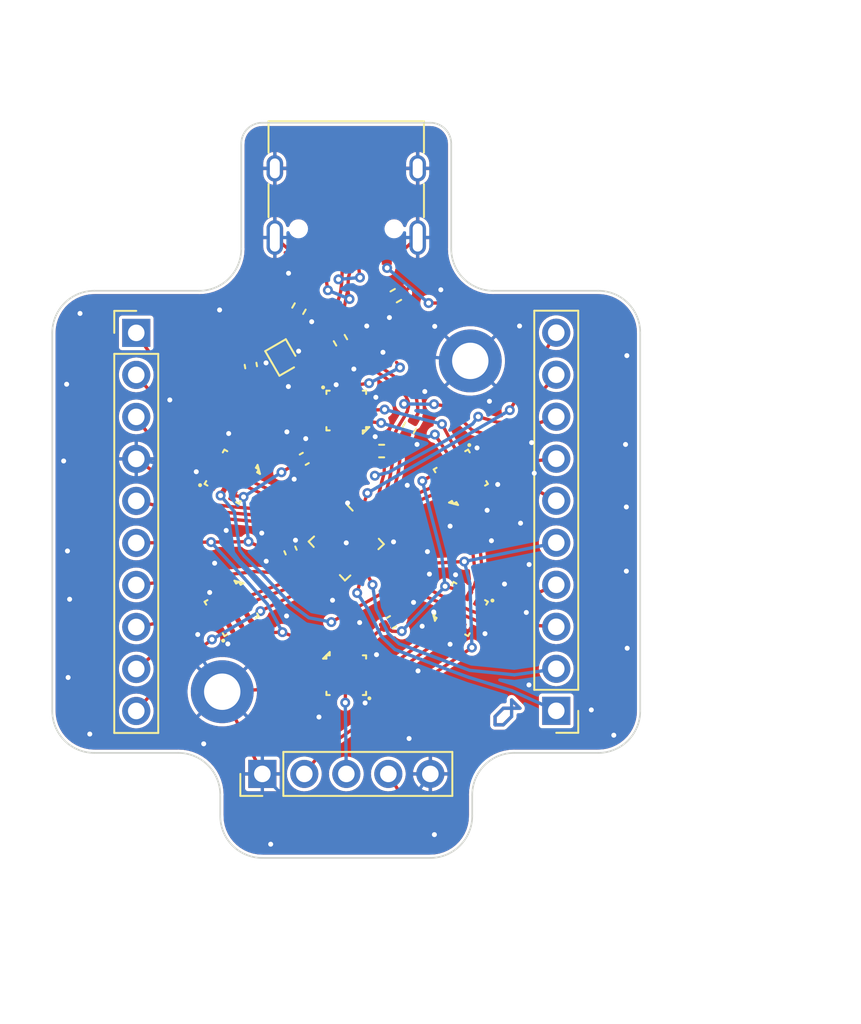
<source format=kicad_pcb>
(kicad_pcb (version 20211014) (generator pcbnew)
  (layers (0 "F.Cu" signal) (31 "B.Cu" signal) (34 "B.Paste" user) (35 "F.Paste" user) (36 "B.SilkS" user "B.Silkscreen") (37 "F.SilkS" user "F.Silkscreen") (38 "B.Mask" user) (39 "F.Mask" user) (44 "Edge.Cuts" user))
  (net 0 "")
  (net 1 "VCC")
  (net 2 "GND")
  (net 3 "PD7NRST")
  (net 4 "PA1")
  (net 5 "PA2")
  (net 6 "PD0")
  (net 7 "PC0")
  (net 8 "PC1")
  (net 9 "PC2")
  (net 10 "PC3")
  (net 11 "SWIO")
  (net 12 "PC4")
  (net 13 "PC5")
  (net 14 "PC6")
  (net 15 "PC7")
  (net 16 "PD2")
  (net 17 "PD6")
  (net 18 "Net-(D1-Pad4)")
  (net 19 "Net-(D1-Pad5)")
  (net 20 "Net-(D2-Pad4)")
  (net 21 "Net-(D2-Pad5)")
  (net 22 "Net-(D3-Pad4)")
  (net 23 "Net-(D3-Pad5)")
  (net 24 "Net-(D4-Pad4)")
  (net 25 "Net-(D4-Pad5)")
  (net 26 "Net-(D5-Pad4)")
  (net 27 "Net-(D5-Pad5)")
  (net 30 "D+")
  (net 31 "D-")
  (net 32 "DPU")
  (net 33 "Net-(J4-PadA7)")
  (net 34 "Net-(J4-PadA6)")
  (net 35 "Net-(J4-PadB5)")
  (net 36 "Net-(J4-PadA5)")
  (net 39 "+5V")
  (footprint "WS2816-2121:WS2816-2121" (layer "F.Cu") (at 93.071804 96.000012 60)
    (fp_text reference "D1" hide)
    (fp_text value "WS2816C-2121" hide)
  )
  (footprint "Resistor_SMD:R_0402_1005Metric" (layer "F.Cu") (at 103.825 93.038327 -120)
    (fp_text reference "R2")
    (fp_text value "NP" hide)
  )
  (footprint "MountingHole:MountingHole_2.2mm_M2_DIN965_Pad" (layer "F.Cu") (at 92.5 109)
    (fp_text reference "J6" hide)
    (fp_text value "HOLE" hide)
  )
  (footprint "Connector_PinHeader_2.54mm:PinHeader_1x10_P2.54mm_Vertical" (layer "F.Cu") (at 112.7 110.155 180)
    (fp_text reference "J3" hide)
    (fp_text value "~" hide)
  )
  (footprint "Capacitor_SMD:C_0402_1005Metric" (layer "F.Cu") (at 97.46 94.92 30)
    (fp_text reference "C3" hide)
    (fp_text value "1u")
  )
  (footprint "Resistor_SMD:R_0402_1005Metric" (layer "F.Cu") (at 99.65 87.75 -60)
    (fp_text reference "R1" hide)
    (fp_text value "NP")
  )
  (footprint "Resistor_SMD:R_0402_1005Metric" (layer "F.Cu") (at 102.14 94.45 180)
    (fp_text reference "R5")
    (fp_text value "NP" hide)
  )
  (footprint "WS2816-2121:WS2816-2121" (layer "F.Cu") (at 100.000003 108.000006 180)
    (fp_text reference "D5" hide)
    (fp_text value "WS2816C-2121" hide)
  )
  (footprint "Connector_PinHeader_2.54mm:PinHeader_1x05_P2.54mm_Vertical" (layer "F.Cu") (at 94.925 113.97 90)
    (fp_text reference "J2" hide)
    (fp_text value "PGM" hide)
  )
  (footprint "Capacitor_SMD:C_0402_1005Metric" (layer "F.Cu") (at 94.23 89.28 -80)
    (fp_text reference "C4")
    (fp_text value "1u" hide)
  )
  (footprint "Package_DFN_QFN:QFN-20-1EP_3x3mm_P0.4mm_EP1.65x1.65mm" (layer "F.Cu") (at 100 100 -47)
    (fp_text reference "U1")
    (fp_text value "CH32V003F4U6" hide)
  )
  (footprint "Capacitor_SMD:C_0402_1005Metric" (layer "F.Cu") (at 96.627551 100.461842 113)
    (fp_text reference "C1" hide)
    (fp_text value "1u" hide)
  )
  (footprint "MountingHole:MountingHole_2.2mm_M2_DIN965_Pad" (layer "F.Cu") (at 107.5 89)
    (fp_text reference "J5" hide)
    (fp_text value "HOLE" hide)
  )
  (footprint "WS2816-2121:WS2816-2121" (layer "F.Cu") (at 100.000007 92.000012)
    (fp_text reference "D2" hide)
    (fp_text value "WS2816C-2121" hide)
  )
  (footprint "WS2816-2121:WS2816-2121" (layer "F.Cu") (at 106.928203 96 -60)
    (fp_text reference "D3" hide)
    (fp_text value "WS2816C-2121" hide)
  )
  (footprint "Capacitor_SMD:C_0402_1005Metric" (layer "F.Cu") (at 102.734308 104.79 30)
    (fp_text reference "C2")
    (fp_text value "1u" hide)
  )
  (footprint "Connector_PinHeader_2.54mm:PinHeader_1x10_P2.54mm_Vertical" (layer "F.Cu") (at 87.3 87.305)
    (fp_text reference "J1" hide)
    (fp_text value "~" hide)
  )
  (footprint "Package_DFN_QFN:OnSemi_XDFN4-1EP_1.0x1.0mm_EP0.52x0.52mm" (layer "F.Cu") (at 96.152243 88.793013 -150)
    (fp_text reference "U2")
    (fp_text value "3.3vReg" hide)
  )
  (footprint "Resistor_SMD:R_0402_1005Metric" (layer "F.Cu") (at 97.14 85.84 -120)
    (fp_text reference "R3")
    (fp_text value "5.1k" hide)
  )
  (footprint "Connector_USB:USB_C_Receptacle_HRO_TYPE-C-31-M-12" (layer "F.Cu") (at 100 78.41 180)
    (fp_text reference "J4" hide)
    (fp_text value "USB_C_Receptacle_USB2.0" hide)
  )
  (footprint "Resistor_SMD:R_0402_1005Metric" (layer "F.Cu") (at 102.998327 85.055 30)
    (fp_text reference "R4")
    (fp_text value "5.1k" hide)
  )
  (footprint "WS2816-2121:WS2816-2121" (layer "F.Cu") (at 106.928202 103.999997 -120)
    (fp_text reference "D4" hide)
    (fp_text value "WS2816C-2121" hide)
  )
  (footprint "WS2816-2121:WS2816-2121" (layer "F.Cu") (at 93.071797 104 120)
    (fp_text reference "D6" hide)
    (fp_text value "WS2816C-2121" hide)
  )
  (gr_line (start 109 111) (end 109 110.5) (layer "F.Cu") (width 0.2))
  (gr_line (start 110 109.5) (end 110 110.5) (layer "F.Cu") (width 0.2))
  (gr_line (start 110.5 110) (end 110 109.5) (layer "F.Cu") (width 0.2))
  (gr_line (start 109 110.5) (end 109.5 110) (layer "F.Cu") (width 0.2))
  (gr_line (start 109.5 110) (end 110.5 110) (layer "F.Cu") (width 0.2))
  (gr_line (start 109.5 111) (end 109 111) (layer "F.Cu") (width 0.2))
  (gr_line (start 109.5 111) (end 110 110.5) (layer "F.Cu") (width 0.2))
  (gr_line (start 110 110.5) (end 109.5 111) (layer "B.Cu") (width 0.2))
  (gr_line (start 109 110.5) (end 109.5 110) (layer "B.Cu") (width 0.2))
  (gr_line (start 110.5 110) (end 110 109.5) (layer "B.Cu") (width 0.2))
  (gr_line (start 109 111) (end 109 110.5) (layer "B.Cu") (width 0.2))
  (gr_line (start 110 109.5) (end 110 110.5) (layer "B.Cu") (width 0.2))
  (gr_line (start 109.5 110) (end 110.5 110) (layer "B.Cu") (width 0.2))
  (gr_line (start 109.5 111) (end 109 111) (layer "B.Cu") (width 0.2))
  (gr_arc (start 115.24 84.76) (mid 117.036051 85.503949) (end 117.78 87.3) (layer "Edge.Cuts") (width 0.1))
  (gr_line (start 91.11 84.76) (end 84.76 84.76) (layer "Edge.Cuts") (width 0.1))
  (gr_arc (start 82.22 87.3) (mid 82.963949 85.503949) (end 84.76 84.76) (layer "Edge.Cuts") (width 0.1))
  (gr_line (start 105.08 74.6) (end 94.92 74.6) (layer "Edge.Cuts") (width 0.1))
  (gr_arc (start 105.08 74.6) (mid 105.978026 74.971974) (end 106.35 75.87) (layer "Edge.Cuts") (width 0.1))
  (gr_arc (start 108.89 84.76) (mid 107.093948 84.016051) (end 106.35 82.219999) (layer "Edge.Cuts") (width 0.1))
  (gr_line (start 92.38 115.24) (end 92.38 116.51) (layer "Edge.Cuts") (width 0.1))
  (gr_line (start 117.78 87.3) (end 117.78 110.16) (layer "Edge.Cuts") (width 0.1))
  (gr_arc (start 107.62 116.51) (mid 106.876051 118.306051) (end 105.08 119.05) (layer "Edge.Cuts") (width 0.1))
  (gr_arc (start 84.76 112.7) (mid 82.963949 111.956051) (end 82.22 110.16) (layer "Edge.Cuts") (width 0.1))
  (gr_line (start 89.84 112.7) (end 84.76 112.7) (layer "Edge.Cuts") (width 0.1))
  (gr_line (start 82.22 110.16) (end 82.22 87.3) (layer "Edge.Cuts") (width 0.1))
  (gr_line (start 106.35 82.219999) (end 106.35 75.87) (layer "Edge.Cuts") (width 0.1))
  (gr_arc (start 93.65 75.87) (mid 94.021974 74.971974) (end 94.92 74.6) (layer "Edge.Cuts") (width 0.1))
  (gr_line (start 115.24 84.76) (end 108.89 84.76) (layer "Edge.Cuts") (width 0.1))
  (gr_line (start 107.62 115.24) (end 107.62 116.51) (layer "Edge.Cuts") (width 0.1))
  (gr_line (start 105.08 119.05) (end 94.92 119.05) (layer "Edge.Cuts") (width 0.1))
  (gr_arc (start 93.650001 82.22) (mid 92.906052 84.016052) (end 91.11 84.76) (layer "Edge.Cuts") (width 0.1))
  (gr_arc (start 117.78 110.16) (mid 117.036051 111.956051) (end 115.24 112.7) (layer "Edge.Cuts") (width 0.1))
  (gr_arc (start 94.92 119.05) (mid 93.123949 118.306051) (end 92.38 116.51) (layer "Edge.Cuts") (width 0.1))
  (gr_line (start 93.65 75.87) (end 93.650001 82.22) (layer "Edge.Cuts") (width 0.1))
  (gr_arc (start 107.62 115.24) (mid 108.363949 113.443949) (end 110.16 112.7) (layer "Edge.Cuts") (width 0.1))
  (gr_line (start 110.16 112.7) (end 115.24 112.7) (layer "Edge.Cuts") (width 0.1))
  (gr_arc (start 89.84 112.7) (mid 91.636051 113.443949) (end 92.38 115.24) (layer "Edge.Cuts") (width 0.1))
  (segment (start 103.038958 89.082522) (end 103.25 89.4) (width 0.2) (layer "F.Cu") (net 1))
  (segment (start 99.15 106.59) (end 100.15 107.23) (width 0.2) (layer "F.Cu") (net 1))
  (segment (start 95.55 105.42) (end 96.14 105.4) (width 0.2) (layer "F.Cu") (net 1))
  (segment (start 96.82 93.73) (end 97.044308 95.16) (width 0.2) (layer "F.Cu") (net 1))
  (segment (start 100.94 106.23) (end 101.47 105.77) (width 0.2) (layer "F.Cu") (net 1))
  (segment (start 103.359286 105.339286) (end 103.31 105.37) (width 0.2) (layer "F.Cu") (net 1))
  (segment (start 100.330476 90.640476) (end 100.25 90.69) (width 0.2) (layer "F.Cu") (net 1))
  (segment (start 97.2 100.75) (end 97.39 100.74) (width 0.2) (layer "F.Cu") (net 1))
  (segment (start 94.63 105) (end 95.55 105.42) (width 0.2) (layer "F.Cu") (net 1))
  (segment (start 95.74 100.67) (end 96.815102 100.903684) (width 0.2) (layer "F.Cu") (net 1))
  (segment (start 99.71 92.64) (end 99.055007 92.630012) (width 0.2) (layer "F.Cu") (net 1))
  (segment (start 93.1449 97.133406) (end 93.79 97.22) (width 0.2) (layer "F.Cu") (net 1))
  (segment (start 105.977238 102.627238) (end 106.855106 102.866603) (width 0.2) (layer "F.Cu") (net 1))
  (segment (start 101.38 90.35) (end 100.64 90.45) (width 0.2) (layer "F.Cu") (net 1))
  (segment (start 97.63 92.98) (end 97.05 93.29) (width 0.2) (layer "F.Cu") (net 1))
  (segment (start 96.082527 95.732527) (end 97.044308 95.16) (width 0.2) (layer "F.Cu") (net 1))
  (segment (start 99.3 89.73) (end 99.97 90.09) (width 0.2) (layer "F.Cu") (net 1))
  (segment (start 94.089893 104.503394) (end 94.31 104.71) (width 0.2) (layer "F.Cu") (net 1))
  (segment (start 104.6 96.26) (end 105.910107 95.496606) (width 0.2) (layer "F.Cu") (net 1))
  (segment (start 100.25 90.69) (end 100.08 91.01) (width 0.2) (layer "F.Cu") (net 1))
  (segment (start 96.815102 100.903684) (end 97.2 100.75) (width 0.2) (layer "F.Cu") (net 1))
  (segment (start 94.09 99.93) (end 95.74 100.67) (width 0.2) (layer "F.Cu") (net 1))
  (segment (start 100.57 107.34) (end 100.945003 107.370006) (width 0.2) (layer "F.Cu") (net 1))
  (segment (start 99.92 92.5) (end 99.71 92.64) (width 0.2) (layer "F.Cu") (net 1))
  (segment (start 97.69 100.83) (end 97.89 100.83) (width 0.2) (layer "F.Cu") (net 1))
  (segment (start 91.528296 99.958296) (end 94.09 99.93) (width 0.2) (layer "F.Cu") (net 1))
  (segment (start 96.14 105.4) (end 99.15 106.59) (width 0.2) (layer "F.Cu") (net 1))
  (segment (start 97.05 93.29) (end 96.82 93.73) (width 0.2) (layer "F.Cu") (net 1))
  (segment (start 91.825018 99.955018) (end 91.528296 99.958296) (width 0.2) (layer "F.Cu") (net 1))
  (segment (start 101.47 105.77) (end 102.318616 105.03) (width 0.2) (layer "F.Cu") (net 1))
  (segment (start 99.94 109.66) (end 99.96 108.42) (width 0.2) (layer "F.Cu") (net 1))
  (segment (start 87.3 100.005) (end 91.528296 99.958296) (width 0.2) (layer "F.Cu") (net 1))
  (segment (start 102.76 105.34) (end 102.318616 105.03) (width 0.2) (layer "F.Cu") (net 1))
  (segment (start 99.055007 92.630012) (end 97.63 92.98) (width 0.2) (layer "F.Cu") (net 1))
  (segment (start 100.387736 107.292264) (end 100.94 106.23) (width 0.2) (layer "F.Cu") (net 1))
  (segment (start 94.31 104.71) (end 94.63 105) (width 0.2) (layer "F.Cu") (net 1))
  (segment (start 100.64 90.45) (end 100.330476 90.640476) (width 0.2) (layer "F.Cu") (net 1))
  (segment (start 100.316415 107.273585) (end 100.387736 107.292264) (width 0.2) (layer "F.Cu") (net 1))
  (segment (start 100.15 107.23) (end 100.316415 107.273585) (width 0.2) (layer "F.Cu") (net 1))
  (segment (start 103.31 105.37) (end 102.76 105.34) (width 0.2) (layer "F.Cu") (net 1))
  (segment (start 97.54 100.82) (end 97.69 100.83) (width 0.2) (layer "F.Cu") (net 1))
  (segment (start 100.387736 107.292264) (end 100.57 107.34) (width 0.2) (layer "F.Cu") (net 1))
  (segment (start 96.676201 89.050535) (end 99.3 89.73) (width 0.2) (layer "F.Cu") (net 1))
  (segment (start 99.97 90.09) (end 100.330476 90.640476) (width 0.2) (layer "F.Cu") (net 1))
  (segment (start 97.89 100.83) (end 98.393938 100.403815) (width 0.2) (layer "F.Cu") (net 1))
  (segment (start 100.03 91.8) (end 99.92 92.5) (width 0.2) (layer "F.Cu") (net 1))
  (segment (start 100.08 91.01) (end 100.03 91.8) (width 0.2) (layer "F.Cu") (net 1))
  (segment (start 100.2 107.6) (end 100.316415 107.273585) (width 0.2) (layer "F.Cu") (net 1))
  (segment (start 97.39 100.74) (end 97.54 100.82) (width 0.2) (layer "F.Cu") (net 1))
  (segment (start 99.96 108.42) (end 100.2 107.6) (width 0.2) (layer "F.Cu") (net 1))
  (via (at 103.25 89.4) (size 0.6) (drill 0.3) (layers "F.Cu" "B.Cu") (net 1))
  (via (at 103.359286 105.339286) (size 0.6) (drill 0.3) (layers "F.Cu" "B.Cu") (net 1))
  (via (at 96.082527 95.732527) (size 0.6) (drill 0.3) (layers "F.Cu" "B.Cu") (net 1))
  (via (at 104.6 96.26) (size 0.6) (drill 0.3) (layers "F.Cu" "B.Cu") (net 1))
  (via (at 101.38 90.35) (size 0.6) (drill 0.3) (layers "F.Cu" "B.Cu") (net 1))
  (via (at 99.94 109.66) (size 0.6) (drill 0.3) (layers "F.Cu" "B.Cu") (net 1))
  (via (at 94.09 99.93) (size 0.6) (drill 0.3) (layers "F.Cu" "B.Cu") (net 1))
  (via (at 105.977238 102.627238) (size 0.6) (drill 0.3) (layers "F.Cu" "B.Cu") (net 1))
  (via (at 96.14 105.4) (size 0.6) (drill 0.3) (layers "F.Cu" "B.Cu") (net 1))
  (via (at 91.825018 99.955018) (size 0.6) (drill 0.3) (layers "F.Cu" "B.Cu") (net 1))
  (via (at 93.79 97.22) (size 0.6) (drill 0.3) (layers "F.Cu" "B.Cu") (net 1))
  (segment (start 93.79 97.22) (end 94.09 99.93) (width 0.2) (layer "B.Cu") (net 1))
  (segment (start 93.79 97.22) (end 96.082527 95.732527) (width 0.2) (layer "B.Cu") (net 1))
  (segment (start 93.84 102.15) (end 95.23 103.71) (width 0.2) (layer "B.Cu") (net 1))
  (segment (start 105.78 100.81) (end 104.6 96.26) (width 0.2) (layer "B.Cu") (net 1))
  (segment (start 91.825018 99.955018) (end 93.84 102.15) (width 0.2) (layer "B.Cu") (net 1))
  (segment (start 103.359286 105.339286) (end 105.977238 102.627238) (width 0.2) (layer "B.Cu") (net 1))
  (segment (start 100.005 113.97) (end 99.94 109.66) (width 0.2) (layer "B.Cu") (net 1))
  (segment (start 95.23 103.71) (end 96.14 105.4) (width 0.2) (layer "B.Cu") (net 1))
  (segment (start 103.25 89.4) (end 101.38 90.35) (width 0.2) (layer "B.Cu") (net 1))
  (segment (start 105.977238 102.627238) (end 105.78 100.81) (width 0.2) (layer "B.Cu") (net 1))
  (segment (start 89.77 96.74) (end 87.3 94.925) (width 0.2) (layer "F.Cu") (net 2))
  (segment (start 103.25 83.69) (end 103.44 84.8) (width 0.2) (layer "F.Cu") (net 2))
  (segment (start 99.055003 108.630006) (end 92.5 109) (width 0.2) (layer "F.Cu") (net 2))
  (segment (start 92.22 98.11) (end 91.35 97.95) (width 0.2) (layer "F.Cu") (net 2))
  (segment (start 98.718561 99.212336) (end 99.11 99.61) (width 0.2) (layer "F.Cu") (net 2))
  (segment (start 103.15 104.55) (end 104.07 103.6) (width 0.2) (layer "F.Cu") (net 2))
  (segment (start 99.11 99.61) (end 100 100) (width 0.2) (layer "F.Cu") (net 2))
  (segment (start 97.55 93.7) (end 97.875692 94.68) (width 0.2) (layer "F.Cu") (net 2))
  (segment (start 107.001298 105.133391) (end 106.28 106.13) (width 0.2) (layer "F.Cu") (net 2))
  (segment (start 95.68 81.54) (end 96.75 82.455) (width 0.2) (layer "F.Cu") (net 2))
  (segment (start 98.718561 99.212336) (end 98.36 98.83) (width 0.2) (layer "F.Cu") (net 2))
  (segment (start 102.61 86.38) (end 103.4 86.07) (width 0.2) (layer "F.Cu") (net 2))
  (segment (start 92.89 93.39) (end 92.998708 94.866618) (width 0.2) (layer "F.Cu") (net 2))
  (segment (start 96.5 90.55) (end 96.02 89.47) (width 0.2) (layer "F.Cu") (net 2))
  (segment (start 95.77 98.44) (end 92.22 98.11) (width 0.2) (layer "F.Cu") (net 2))
  (segment (start 98.13 98.68) (end 97.83 98.62) (width 0.2) (layer "F.Cu") (net 2))
  (segment (start 94.313351 89.752708) (end 96.113285 89.375535) (width 0.2) (layer "F.Cu") (net 2))
  (segment (start 90.66 97.57) (end 89.77 96.74) (width 0.2) (layer "F.Cu") (net 2))
  (segment (start 92.053701 103.496606) (end 91.74 103) (width 0.2) (layer "F.Cu") (net 2))
  (segment (start 90.93 95.7) (end 92.053708 96.503406) (width 0.2) (layer "F.Cu") (net 2))
  (segment (start 103.25 82.455) (end 103.25 83.69) (width 0.2) (layer "F.Cu") (net 2))
  (segment (start 91.35 97.95) (end 90.66 97.57) (width 0.2) (layer "F.Cu") (net 2))
  (segment (start 96.113285 89.375535) (end 96.152243 88.793013) (width 0.2) (layer "F.Cu") (net 2))
  (segment (start 104.32 77.36) (end 95.68 77.36) (width 0.2) (layer "F.Cu") (net 2))
  (segment (start 94.925 113.97) (end 92.5 109) (width 0.2) (layer "F.Cu") (net 2))
  (segment (start 97.83 98.62) (end 95.77 98.44) (width 0.2) (layer "F.Cu") (net 2))
  (segment (start 108.37 97.2) (end 108.52 98.03) (width 0.2) (layer "F.Cu") (net 2))
  (segment (start 105.29 104.18) (end 104.07 103.6) (width 0.2) (layer "F.Cu") (net 2))
  (segment (start 106.28 98.99) (end 102.86 99.94) (width 0.2) (layer "F.Cu") (net 2))
  (segment (start 95.68 77.36) (end 95.68 81.54) (width 0.2) (layer "F.Cu") (net 2))
  (segment (start 104.32 81.54) (end 104.32 77.36) (width 0.2) (layer "F.Cu") (net 2))
  (segment (start 103.4 86.07) (end 103.44 84.8) (width 0.2) (layer "F.Cu") (net 2))
  (segment (start 96.02 89.47) (end 96.113285 89.375535) (width 0.2) (layer "F.Cu") (net 2))
  (segment (start 100.945007 91.370012) (end 101.79 91.2) (width 0.2) (layer "F.Cu") (net 2))
  (segment (start 98.36 98.83) (end 98.13 98.68) (width 0.2) (layer "F.Cu") (net 2))
  (segment (start 107.946299 96.503394) (end 108.37 97.2) (width 0.2) (layer "F.Cu") (net 2))
  (segment (start 103.25 82.455) (end 104.32 81.54) (width 0.2) (layer "F.Cu") (net 2))
  (segment (start 96.44 100.02) (end 96.93 99.84) (width 0.2) (layer "F.Cu") (net 2))
  (via (at 95.16 101.11) (size 0.6) (drill 0.3) (layers "F.Cu" "B.Cu") (net 2))
  (via (at 100.08 97.59) (size 0.6) (drill 0.3) (layers "F.Cu" "B.Cu") (net 2))
  (via (at 89.33 91.36) (size 0.6) (drill 0.3) (layers "F.Cu" "B.Cu") (net 2))
  (via (at 106.28 98.99) (size 0.6) (drill 0.3) (layers "F.Cu" "B.Cu") (net 2))
  (via (at 104.75 90.85) (size 0.6) (drill 0.3) (layers "F.Cu" "B.Cu") (net 2))
  (via (at 105.33 117.64) (size 0.6) (drill 0.3) (layers "F.Cu" "B.Cu") (net 2))
  (via (at 110.54 98.81) (size 0.6) (drill 0.3) (layers "F.Cu" "B.Cu") (net 2))
  (via (at 116.94 97.83) (size 0.6) (drill 0.3) (layers "F.Cu" "B.Cu") (net 2))
  (via (at 101.14 109.68) (size 0.6) (drill 0.3) (layers "F.Cu" "B.Cu") (net 2))
  (via (at 116.18 111.63) (size 0.6) (drill 0.3) (layers "F.Cu" "B.Cu") (net 2))
  (via (at 99.39 90.44) (size 0.6) (drill 0.3) (layers "F.Cu" "B.Cu") (net 2))
  (via (at 92.34 85.92) (size 0.6) (drill 0.3) (layers "F.Cu" "B.Cu") (net 2))
  (via (at 101.75 93.58) (size 0.6) (drill 0.3) (layers "F.Cu" "B.Cu") (net 2))
  (via (at 116.97 88.68) (size 0.6) (drill 0.3) (layers "F.Cu" "B.Cu") (net 2))
  (via (at 96.51 83.7) (size 0.6) (drill 0.3) (layers "F.Cu" "B.Cu") (net 2))
  (via (at 101.24 86.89) (size 0.6) (drill 0.3) (layers "F.Cu" "B.Cu") (net 2))
  (via (at 101.83 106.76) (size 0.6) (drill 0.3) (layers "F.Cu" "B.Cu") (net 2))
  (via (at 95.15 89.12) (size 0.6) (drill 0.3) (layers "F.Cu" "B.Cu") (net 2))
  (via (at 116.94 101.71) (size 0.6) (drill 0.3) (layers "F.Cu" "B.Cu") (net 2))
  (via (at 90.93 95.7) (size 0.6) (drill 0.3) (layers "F.Cu" "B.Cu") (net 2))
  (via (at 111.05 108.59) (size 0.6) (drill 0.3) (layers "F.Cu" "B.Cu") (net 2))
  (via (at 111.37 95.79) (size 0.6) (drill 0.3) (layers "F.Cu" "B.Cu") (net 2))
  (via (at 83.27 103.41) (size 0.6) (drill 0.3) (layers "F.Cu" "B.Cu") (net 2))
  (via (at 91.018784 105.541216) (size 0.6) (drill 0.3) (layers "F.Cu" "B.Cu") (net 2))
  (via (at 116.89 94.05) (size 0.6) (drill 0.3) (layers "F.Cu" "B.Cu") (net 2))
  (via (at 92.04 101.23) (size 0.6) (drill 0.3) (layers "F.Cu" "B.Cu") (net 2))
  (via (at 104.91 100.53) (size 0.6) (drill 0.3) (layers "F.Cu" "B.Cu") (net 2))
  (via (at 114.82 110.1) (size 0.6) (drill 0.3) (layers "F.Cu" "B.Cu") (net 2))
  (via (at 109.16 96.47) (size 0.6) (drill 0.3) (layers "F.Cu" "B.Cu") (net 2))
  (via (at 116.99 106.37) (size 0.6) (drill 0.3) (layers "F.Cu" "B.Cu") (net 2))
  (via (at 83.09 90.41) (size 0.6) (drill 0.3) (layers "F.Cu" "B.Cu") (net 2))
  (via (at 102.86 99.94) (size 0.6) (drill 0.3) (layers "F.Cu" "B.Cu") (net 2))
  (via (at 96.85 96.15) (size 0.6) (drill 0.3) (layers "F.Cu" "B.Cu") (net 2))
  (via (at 101.79 91.2) (size 0.6) (drill 0.3) (layers "F.Cu" "B.Cu") (net 2))
  (via (at 82.91 95.05) (size 0.6) (drill 0.3) (layers "F.Cu" "B.Cu") (net 2))
  (via (at 111.21 93.94) (size 0.6) (drill 0.3) (layers "F.Cu" "B.Cu") (net 2))
  (via (at 96.41 93.29) (size 0.6) (drill 0.3) (layers "F.Cu" "B.Cu") (net 2))
  (via (at 96.39 104.42) (size 0.6) (drill 0.3) (layers "F.Cu" "B.Cu") (net 2))
  (via (at 98.35 110.53) (size 0.6) (drill 0.3) (layers "F.Cu" "B.Cu") (net 2))
  (via (at 111.06 101.31) (size 0.6) (drill 0.3) (layers "F.Cu" "B.Cu") (net 2))
  (via (at 104.07 103.6) (size 0.6) (drill 0.3) (layers "F.Cu" "B.Cu") (net 2))
  (via (at 103.69 96.52) (size 0.6) (drill 0.3) (layers "F.Cu" "B.Cu") (net 2))
  (via (at 105.03 101.89) (size 0.6) (drill 0.3) (layers "F.Cu" "B.Cu") (net 2))
  (via (at 105.35 86.91) (size 0.6) (drill 0.3) (layers "F.Cu" "B.Cu") (net 2))
  (via (at 104.34 107.74) (size 0.6) (drill 0.3) (layers "F.Cu" "B.Cu") (net 2))
  (via (at 103.8 111.83) (size 0.6) (drill 0.3) (layers "F.Cu" "B.Cu") (net 2))
  (via (at 110.48 86.89) (size 0.6) (drill 0.3) (layers "F.Cu" "B.Cu") (net 2))
  (via (at 83.18 108.14) (size 0.6) (drill 0.3) (layers "F.Cu" "B.Cu") (net 2))
  (via (at 102.61 86.38) (size 0.6) (drill 0.3) (layers "F.Cu" "B.Cu") (net 2))
  (via (at 83.9 86.13) (size 0.6) (drill 0.3) (layers "F.Cu" "B.Cu") (net 2))
  (via (at 105.29 104.18) (size 0.6) (drill 0.3) (layers "F.Cu" "B.Cu") (net 2))
  (via (at 104.28 94.05) (size 0.6) (drill 0.3) (layers "F.Cu" "B.Cu") (net 2))
  (via (at 96.5 90.55) (size 0.6) (drill 0.3) (layers "F.Cu" "B.Cu") (net 2))
  (via (at 95.43 118.22) (size 0.6) (drill 0.3) (layers "F.Cu" "B.Cu") (net 2))
  (via (at 110.89 104.21) (size 0.6) (drill 0.3) (layers "F.Cu" "B.Cu") (net 2))
  (via (at 108.52 98.03) (size 0.6) (drill 0.3) (layers "F.Cu" "B.Cu") (net 2))
  (via (at 108.78 99.87) (size 0.6) (drill 0.3) (layers "F.Cu" "B.Cu") (net 2))
  (via (at 106.28 106.13) (size 0.6) (drill 0.3) (layers "F.Cu" "B.Cu") (net 2))
  (via (at 108.66 91.44) (size 0.6) (drill 0.3) (layers "F.Cu" "B.Cu") (net 2))
  (via (at 102.22 88.48) (size 0.6) (drill 0.3) (layers "F.Cu" "B.Cu") (net 2))
  (via (at 92.84 106.11) (size 0.6) (drill 0.3) (layers "F.Cu" "B.Cu") (net 2))
  (via (at 100 100) (size 0.6) (drill 0.3) (layers "F.Cu" "B.Cu") (net 2))
  (via (at 94.89 99.41) (size 0.6) (drill 0.3) (layers "F.Cu" "B.Cu") (net 2))
  (via (at 107.91 94.26) (size 0.6) (drill 0.3) (layers "F.Cu" "B.Cu") (net 2))
  (via (at 83.14 100.49) (size 0.6) (drill 0.3) (layers "F.Cu" "B.Cu") (net 2))
  (via (at 84.49 111.56) (size 0.6) (drill 0.3) (layers "F.Cu" "B.Cu") (net 2))
  (via (at 109.57 102.49) (size 0.6) (drill 0.3) (layers "F.Cu" "B.Cu") (net 2))
  (via (at 97.55 93.7) (size 0.6) (drill 0.3) (layers "F.Cu" "B.Cu") (net 2))
  (via (at 99.17 103.47) (size 0.6) (drill 0.3) (layers "F.Cu" "B.Cu") (net 2))
  (via (at 108.39 105.49) (size 0.6) (drill 0.3) (layers "F.Cu" "B.Cu") (net 2))
  (via (at 100.46 89.49) (size 0.6) (drill 0.3) (layers "F.Cu" "B.Cu") (net 2))
  (via (at 91.38 112.15) (size 0.6) (drill 0.3) (layers "F.Cu" "B.Cu") (net 2))
  (via (at 97.91 86.63) (size 0.6) (drill 0.3) (layers "F.Cu" "B.Cu") (net 2))
  (via (at 92.89 93.39) (size 0.6) (drill 0.3) (layers "F.Cu" "B.Cu") (net 2))
  (via (at 96.93 99.84) (size 0.6) (drill 0.3) (layers "F.Cu" "B.Cu") (net 2))
  (via (at 106.61 101.93) (size 0.6) (drill 0.3) (layers "F.Cu" "B.Cu") (net 2))
  (via (at 91.74 103) (size 0.6) (drill 0.3) (layers "F.Cu" "B.Cu") (net 2))
  (via (at 105.72 84.7) (size 0.6) (drill 0.3) (layers "F.Cu" "B.Cu") (net 2))
  (via (at 92.74 99.25) (size 0.6) (drill 0.3) (layers "F.Cu" "B.Cu") (net 2))
  (via (at 97.12 88.41) (size 0.6) (drill 0.3) (layers "F.Cu" "B.Cu") (net 2))
  (via (at 100.81 104.82) (size 0.6) (drill 0.3) (layers "F.Cu" "B.Cu") (net 2))
  (via (at 104.59 105.04) (size 0.6) (drill 0.3) (layers "F.Cu" "B.Cu") (net 2))
  (segment (start 94.61 91.96) (end 97.19 91.01) (width 0.2) (layer "B.Cu") (net 2))
  (segment (start 108.52 98.03) (end 106.28 98.99) (width 0.2) (layer "B.Cu") (net 2))
  (segment (start 90.31 97.49) (end 90.93 95.7) (width 0.2) (layer "B.Cu") (net 2))
  (segment (start 96.93 99.84) (end 100 100) (width 0.2) (layer "B.Cu") (net 2))
  (segment (start 91.27 106.98) (end 92.5 109) (width 0.2) (layer "B.Cu") (net 2))
  (segment (start 101.59 100.79) (end 100 100) (width 0.2) (layer "B.Cu") (net 2))
  (segment (start 102.86 99.94) (end 100 100) (width 0.2) (layer "B.Cu") (net 2))
  (segment (start 96.68 115.82) (end 94.925 113.97) (width 0.2) (layer "B.Cu") (net 2))
  (segment (start 87.3 94.925) (end 90.93 95.7) (width 0.2) (layer "B.Cu") (net 2))
  (segment (start 103.25 101.16) (end 101.59 100.79) (width 0.2) (layer "B.Cu") (net 2))
  (segment (start 102.22 88.48) (end 102.61 86.38) (width 0.2) (layer "B.Cu") (net 2))
  (segment (start 100 100) (end 99.17 103.47) (width 0.2) (layer "B.Cu") (net 2))
  (segment (start 91.74 103) (end 90.83 104.46) (width 0.2) (layer "B.Cu") (net 2))
  (segment (start 105.085 113.97) (end 103.94 115.59) (width 0.2) (layer "B.Cu") (net 2))
  (segment (start 98.45 91.37) (end 98.86 92.61) (width 0.2) (layer "B.Cu") (net 2))
  (segment (start 104.07 103.6) (end 103.96 103.07) (width 0.2) (layer "B.Cu") (net 2))
  (segment (start 90.93 95.7) (end 92.89 93.39) (width 0.2) (layer "B.Cu") (net 2))
  (segment (start 106.28 106.13) (end 105.29 104.18) (width 0.2) (layer "B.Cu") (net 2))
  (segment (start 91.2 100.69) (end 90.31 97.49) (width 0.2) (layer "B.Cu") (net 2))
  (segment (start 101.79 91.2) (end 100.77 90.91) (width 0.2) (layer "B.Cu") (net 2))
  (segment (start 91.74 103) (end 91.2 100.69) (width 0.2) (layer "B.Cu") (net 2))
  (segment (start 100.5 90.29) (end 102.22 88.48) (width 0.2) (layer "B.Cu") (net 2))
  (segment (start 100.77 90.91) (end 100.5 90.29) (width 0.2) (layer "B.Cu") (net 2))
  (segment (start 103.96 103.07) (end 103.98 102.31) (width 0.2) (layer "B.Cu") (net 2))
  (segment (start 103.94 115.59) (end 96.68 115.82) (width 0.2) (layer "B.Cu") (net 2))
  (segment (start 97.19 91.01) (end 98.45 91.37) (width 0.2) (layer "B.Cu") (net 2))
  (segment (start 107.5 89) (end 102.22 88.48) (width 0.2) (layer "B.Cu") (net 2))
  (segment (start 98.86 92.61) (end 97.55 93.7) (width 0.2) (layer "B.Cu") (net 2))
  (segment (start 90.83 104.46) (end 91.018784 105.541216) (width 0.2) (layer "B.Cu") (net 2))
  (segment (start 92.89 93.39) (end 94.61 91.96) (width 0.2) (layer "B.Cu") (net 2))
  (segment (start 101.79 91.2) (end 98.86 92.61) (width 0.2) (layer "B.Cu") (net 2))
  (segment (start 91.018784 105.541216) (end 91.27 106.98) (width 0.2) (layer "B.Cu") (net 2))
  (segment (start 103.98 102.31) (end 103.25 101.16) (width 0.2) (layer "B.Cu") (net 2))
  (segment (start 95.49 96.85) (end 93.83 96.08) (width 0.2) (layer "F.Cu") (net 3))
  (segment (start 91.68 94.6) (end 90.83 92.57) (width 0.2) (layer "F.Cu") (net 3))
  (segment (start 90.83 92.57) (end 87.3 87.305) (width 0.2) (layer "F.Cu") (net 3))
  (segment (start 99.596185 98.393938) (end 98.97 97.8) (width 0.2) (layer "F.Cu") (net 3))
  (segment (start 93.83 96.08) (end 92.22 95.17) (width 0.2) (layer "F.Cu") (net 3))
  (segment (start 97.57 97.38) (end 95.49 96.85) (width 0.2) (layer "F.Cu") (net 3))
  (segment (start 98.32 97.49) (end 97.57 97.38) (width 0.2) (layer "F.Cu") (net 3))
  (segment (start 98.97 97.8) (end 98.32 97.49) (width 0.2) (layer "F.Cu") (net 3))
  (segment (start 92.22 95.17) (end 91.68 94.6) (width 0.2) (layer "F.Cu") (net 3))
  (segment (start 96.12 97.44) (end 97.57 97.8) (width 0.2) (layer "F.Cu") (net 4))
  (segment (start 98.02 97.86) (end 98.46 97.96) (width 0.2) (layer "F.Cu") (net 4))
  (segment (start 98.8 98.15) (end 99.303644 98.666738) (width 0.2) (layer "F.Cu") (net 4))
  (segment (start 91.79 95.44) (end 92.36 95.81) (width 0.2) (layer "F.Cu") (net 4))
  (segment (start 93.04 96.16) (end 95.15 97.15) (width 0.2) (layer "F.Cu") (net 4))
  (segment (start 98.46 97.96) (end 98.8 98.15) (width 0.2) (layer "F.Cu") (net 4))
  (segment (start 92.36 95.81) (end 93.04 96.16) (width 0.2) (layer "F.Cu") (net 4))
  (segment (start 90.05 93.12) (end 91.34 94.89) (width 0.2) (layer "F.Cu") (net 4))
  (segment (start 87.3 89.845) (end 90.05 93.12) (width 0.2) (layer "F.Cu") (net 4))
  (segment (start 91.34 94.89) (end 91.79 95.44) (width 0.2) (layer "F.Cu") (net 4))
  (segment (start 95.15 97.15) (end 96.12 97.44) (width 0.2) (layer "F.Cu") (net 4))
  (segment (start 97.57 97.8) (end 98.02 97.86) (width 0.2) (layer "F.Cu") (net 4))
  (segment (start 98.63 98.5) (end 98.41 98.36) (width 0.2) (layer "F.Cu") (net 5))
  (segment (start 90.25 96.57) (end 87.3 92.385) (width 0.2) (layer "F.Cu") (net 5))
  (segment (start 93.01 97.81) (end 92.05 97.69) (width 0.2) (layer "F.Cu") (net 5))
  (segment (start 98.02 98.25) (end 93.01 97.81) (width 0.2) (layer "F.Cu") (net 5))
  (segment (start 99.011102 98.939537) (end 98.63 98.5) (width 0.2) (layer "F.Cu") (net 5))
  (segment (start 92.05 97.69) (end 91.11 97.37) (width 0.2) (layer "F.Cu") (net 5))
  (segment (start 91.11 97.37) (end 90.25 96.57) (width 0.2) (layer "F.Cu") (net 5))
  (segment (start 98.41 98.36) (end 98.02 98.25) (width 0.2) (layer "F.Cu") (net 5))
  (segment (start 94.23 98.68) (end 96.41 98.87) (width 0.2) (layer "F.Cu") (net 6))
  (segment (start 87.3 97.465) (end 91.11 98.34) (width 0.2) (layer "F.Cu") (net 6))
  (segment (start 91.11 98.34) (end 92.21 98.5) (width 0.2) (layer "F.Cu") (net 6))
  (segment (start 97.96 99.06) (end 98.13 99.16) (width 0.2) (layer "F.Cu") (net 6))
  (segment (start 98.13 99.16) (end 98.426019 99.485136) (width 0.2) (layer "F.Cu") (net 6))
  (segment (start 97.5 98.97) (end 97.96 99.06) (width 0.2) (layer "F.Cu") (net 6))
  (segment (start 92.21 98.5) (end 94.23 98.68) (width 0.2) (layer "F.Cu") (net 6))
  (segment (start 96.41 98.87) (end 97.5 98.97) (width 0.2) (layer "F.Cu") (net 6))
  (segment (start 98.666738 100.696356) (end 98.13 101.16) (width 0.2) (layer "F.Cu") (net 7))
  (segment (start 96.39 101.83) (end 94.44 101.74) (width 0.2) (layer "F.Cu") (net 7))
  (segment (start 97.56 101.52) (end 96.39 101.83) (width 0.2) (layer "F.Cu") (net 7))
  (segment (start 98.13 101.16) (end 97.56 101.52) (width 0.2) (layer "F.Cu") (net 7))
  (segment (start 94.44 101.74) (end 87.3 102.545) (width 0.2) (layer "F.Cu") (net 7))
  (segment (start 98.44 101.45) (end 98.939537 100.988898) (width 0.2) (layer "F.Cu") (net 8))
  (segment (start 93.42 103.48) (end 96.05 102.48) (width 0.2) (layer "F.Cu") (net 8))
  (segment (start 87.3 105.085) (end 91.53 104.3) (width 0.2) (layer "F.Cu") (net 8))
  (segment (start 96.05 102.48) (end 96.78 102.13) (width 0.2) (layer "F.Cu") (net 8))
  (segment (start 96.78 102.13) (end 97.85 101.81) (width 0.2) (layer "F.Cu") (net 8))
  (segment (start 91.53 104.3) (end 92.25 104.15) (width 0.2) (layer "F.Cu") (net 8))
  (segment (start 92.25 104.15) (end 93.42 103.48) (width 0.2) (layer "F.Cu") (net 8))
  (segment (start 97.85 101.81) (end 98.44 101.45) (width 0.2) (layer "F.Cu") (net 8))
  (segment (start 90.89 104.83) (end 90.25 105.19) (width 0.2) (layer "F.Cu") (net 9))
  (segment (start 96.79 102.62) (end 94.46 103.51) (width 0.2) (layer "F.Cu") (net 9))
  (segment (start 92.38 104.5) (end 91.83 104.63) (width 0.2) (layer "F.Cu") (net 9))
  (segment (start 90.25 105.19) (end 87.3 107.625) (width 0.2) (layer "F.Cu") (net 9))
  (segment (start 93.68 103.81) (end 92.38 104.5) (width 0.2) (layer "F.Cu") (net 9))
  (segment (start 91.83 104.63) (end 90.89 104.83) (width 0.2) (layer "F.Cu") (net 9))
  (segment (start 94.46 103.51) (end 93.68 103.81) (width 0.2) (layer "F.Cu") (net 9))
  (segment (start 98.51 101.95) (end 97.85 102.26) (width 0.2) (layer "F.Cu") (net 9))
  (segment (start 97.85 102.26) (end 96.79 102.62) (width 0.2) (layer "F.Cu") (net 9))
  (segment (start 99.212336 101.281439) (end 98.51 101.95) (width 0.2) (layer "F.Cu") (net 9))
  (segment (start 89.61 107.56) (end 91.88 105.84) (width 0.2) (layer "F.Cu") (net 10))
  (segment (start 98.8 102.26) (end 99.485136 101.573981) (width 0.2) (layer "F.Cu") (net 10))
  (segment (start 98.24 102.58) (end 98.8 102.26) (width 0.2) (layer "F.Cu") (net 10))
  (segment (start 94.808155 104.128155) (end 96.74 103.19) (width 0.2) (layer "F.Cu") (net 10))
  (segment (start 96.74 103.19) (end 97.45 102.85) (width 0.2) (layer "F.Cu") (net 10))
  (segment (start 97.45 102.85) (end 98.24 102.58) (width 0.2) (layer "F.Cu") (net 10))
  (segment (start 87.3 110.165) (end 89.61 107.56) (width 0.2) (layer "F.Cu") (net 10))
  (via (at 91.88 105.84) (size 0.6) (drill 0.3) (layers "F.Cu" "B.Cu") (net 10))
  (via (at 94.808155 104.128155) (size 0.6) (drill 0.3) (layers "F.Cu" "B.Cu") (net 10))
  (segment (start 91.88 105.84) (end 94.808155 104.128155) (width 0.2) (layer "B.Cu") (net 10))
  (segment (start 107.6 106.33) (end 98.68 112.44) (width 0.2) (layer "F.Cu") (net 11))
  (segment (start 98.68 112.44) (end 97.465 113.97) (width 0.2) (layer "F.Cu") (net 11))
  (segment (start 102.32 101.12) (end 102.04 101.01) (width 0.2) (layer "F.Cu") (net 11))
  (segment (start 102.04 101.01) (end 101.573981 100.514864) (width 0.2) (layer "F.Cu") (net 11))
  (segment (start 107.14 101.13) (end 103.12 101.33) (width 0.2) (layer "F.Cu") (net 11))
  (segment (start 103.12 101.33) (end 102.32 101.12) (width 0.2) (layer "F.Cu") (net 11))
  (via (at 107.6 106.33) (size 0.6) (drill 0.3) (layers "F.Cu" "B.Cu") (net 11))
  (via (at 107.14 101.13) (size 0.6) (drill 0.3) (layers "F.Cu" "B.Cu") (net 11))
  (segment (start 107.48 102.47) (end 107.14 101.13) (width 0.2) (layer "B.Cu") (net 11))
  (segment (start 107.14 101.13) (end 112.7 99.995) (width 0.2) (layer "B.Cu") (net 11))
  (segment (start 107.6 106.33) (end 107.48 102.47) (width 0.2) (layer "B.Cu") (net 11))
  (segment (start 100.403815 101.606062) (end 100.77 101.95) (width 0.2) (layer "F.Cu") (net 12))
  (segment (start 100.77 101.95) (end 100.86 102.24) (width 0.2) (layer "F.Cu") (net 12))
  (segment (start 100.86 102.24) (end 100.66 103.03) (width 0.2) (layer "F.Cu") (net 12))
  (via (at 100.66 103.03) (size 0.6) (drill 0.3) (layers "F.Cu" "B.Cu") (net 12))
  (segment (start 107.41 108.13) (end 110.02 108.94) (width 0.2) (layer "B.Cu") (net 12))
  (segment (start 106.26 107.71) (end 107.41 108.13) (width 0.2) (layer "B.Cu") (net 12))
  (segment (start 102.14 105.68) (end 102.95 106.45) (width 0.2) (layer "B.Cu") (net 12))
  (segment (start 110.02 108.94) (end 112.7 110.155) (width 0.2) (layer "B.Cu") (net 12))
  (segment (start 101.32 104.03) (end 102.14 105.68) (width 0.2) (layer "B.Cu") (net 12))
  (segment (start 100.66 103.03) (end 101.32 104.03) (width 0.2) (layer "B.Cu") (net 12))
  (segment (start 102.95 106.45) (end 106.26 107.71) (width 0.2) (layer "B.Cu") (net 12))
  (segment (start 101.59 102.53) (end 101.29 101.93) (width 0.2) (layer "F.Cu") (net 13))
  (segment (start 101.29 101.93) (end 100.696356 101.333262) (width 0.2) (layer "F.Cu") (net 13))
  (via (at 101.59 102.53) (size 0.6) (drill 0.3) (layers "F.Cu" "B.Cu") (net 13))
  (segment (start 112.7 107.615) (end 110.17 107.98) (width 0.2) (layer "B.Cu") (net 13))
  (segment (start 110.17 107.98) (end 107.47 107.71) (width 0.2) (layer "B.Cu") (net 13))
  (segment (start 107.47 107.71) (end 103.2 106.1) (width 0.2) (layer "B.Cu") (net 13))
  (segment (start 101.81 104) (end 101.59 102.53) (width 0.2) (layer "B.Cu") (net 13))
  (segment (start 102.55 105.49) (end 101.81 104) (width 0.2) (layer "B.Cu") (net 13))
  (segment (start 103.2 106.1) (end 102.55 105.49) (width 0.2) (layer "B.Cu") (net 13))
  (segment (start 103.083688 102.526312) (end 102.95 102.47) (width 0.2) (layer "F.Cu") (net 14))
  (segment (start 107.04 104.35) (end 106.06 103.78) (width 0.2) (layer "F.Cu") (net 14))
  (segment (start 103.083688 102.526312) (end 99.1 104.79) (width 0.2) (layer "F.Cu") (net 14))
  (segment (start 101.9 101.93) (end 101.52 101.64) (width 0.2) (layer "F.Cu") (net 14))
  (segment (start 101.52 101.64) (end 100.988898 101.060463) (width 0.2) (layer "F.Cu") (net 14))
  (segment (start 106.06 103.78) (end 103.083688 102.526312) (width 0.2) (layer "F.Cu") (net 14))
  (segment (start 112.7 105.075) (end 108.03 104.77) (width 0.2) (layer "F.Cu") (net 14))
  (segment (start 108.03 104.77) (end 107.04 104.35) (width 0.2) (layer "F.Cu") (net 14))
  (segment (start 102.95 102.47) (end 101.9 101.93) (width 0.2) (layer "F.Cu") (net 14))
  (segment (start 92.599304 96.818406) (end 92.4 97.14) (width 0.2) (layer "F.Cu") (net 14))
  (via (at 92.4 97.14) (size 0.6) (drill 0.3) (layers "F.Cu" "B.Cu") (net 14))
  (via (at 99.1 104.79) (size 0.6) (drill 0.3) (layers "F.Cu" "B.Cu") (net 14))
  (segment (start 99.1 104.79) (end 97.74 104.53) (width 0.2) (layer "B.Cu") (net 14))
  (segment (start 97.74 104.53) (end 96.69 103.75) (width 0.2) (layer "B.Cu") (net 14))
  (segment (start 93.23 98.11) (end 92.4 97.14) (width 0.2) (layer "B.Cu") (net 14))
  (segment (start 93.56 100.43) (end 93.23 98.11) (width 0.2) (layer "B.Cu") (net 14))
  (segment (start 93.83 100.8) (end 93.56 100.43) (width 0.2) (layer "B.Cu") (net 14))
  (segment (start 94.78 101.73) (end 93.83 100.8) (width 0.2) (layer "B.Cu") (net 14))
  (segment (start 96.69 103.75) (end 94.78 101.73) (width 0.2) (layer "B.Cu") (net 14))
  (segment (start 103.5 102.01) (end 107.05 103.88) (width 0.2) (layer "F.Cu") (net 15))
  (segment (start 108.69 104.3) (end 112.7 102.535) (width 0.2) (layer "F.Cu") (net 15))
  (segment (start 107.05 103.88) (end 107.53 104.11) (width 0.2) (layer "F.Cu") (net 15))
  (segment (start 102.89 101.83) (end 103.5 102.01) (width 0.2) (layer "F.Cu") (net 15))
  (segment (start 101.281439 100.787664) (end 101.77 101.32) (width 0.2) (layer "F.Cu") (net 15))
  (segment (start 101.77 101.32) (end 102.08 101.57) (width 0.2) (layer "F.Cu") (net 15))
  (segment (start 108.18 104.32) (end 108.69 104.3) (width 0.2) (layer "F.Cu") (net 15))
  (segment (start 107.53 104.11) (end 108.18 104.32) (width 0.2) (layer "F.Cu") (net 15))
  (segment (start 102.08 101.57) (end 102.89 101.83) (width 0.2) (layer "F.Cu") (net 15))
  (segment (start 109.49 95.72) (end 112.7 97.455) (width 0.2) (layer "F.Cu") (net 16))
  (segment (start 107.93 95.77) (end 108.54 95.63) (width 0.2) (layer "F.Cu") (net 16))
  (segment (start 108.54 95.63) (end 109.49 95.72) (width 0.2) (layer "F.Cu") (net 16))
  (segment (start 101.606062 99.596185) (end 102.86 98.38) (width 0.2) (layer "F.Cu") (net 16))
  (segment (start 104.16 97.55) (end 105.74 96.87) (width 0.2) (layer "F.Cu") (net 16))
  (segment (start 105.74 96.87) (end 106.64 96.44) (width 0.2) (layer "F.Cu") (net 16))
  (segment (start 106.64 96.44) (end 107.93 95.77) (width 0.2) (layer "F.Cu") (net 16))
  (segment (start 102.86 98.38) (end 104.16 97.55) (width 0.2) (layer "F.Cu") (net 16))
  (segment (start 109.89 91.98) (end 112.7 87.295) (width 0.2) (layer "F.Cu") (net 17))
  (segment (start 100.99 97.86) (end 100.84 98.09) (width 0.2) (layer "F.Cu") (net 17))
  (segment (start 101.28 96.99) (end 100.99 97.86) (width 0.2) (layer "F.Cu") (net 17))
  (segment (start 100.84 98.09) (end 100.514864 98.426019) (width 0.2) (layer "F.Cu") (net 17))
  (via (at 101.28 96.99) (size 0.6) (drill 0.3) (layers "F.Cu" "B.Cu") (net 17))
  (via (at 109.89 91.98) (size 0.6) (drill 0.3) (layers "F.Cu" "B.Cu") (net 17))
  (segment (start 101.28 96.99) (end 109.89 91.98) (width 0.2) (layer "B.Cu") (net 17))
  (segment (start 97.02 92.23) (end 96.31 92.6) (width 0.2) (layer "F.Cu") (net 18))
  (segment (start 95.1 93.61) (end 94.48 94.53) (width 0.2) (layer "F.Cu") (net 18))
  (segment (start 94.31 95.03) (end 94.0899 95.496618) (width 0.2) (layer "F.Cu") (net 18))
  (segment (start 99.055007 92.000012) (end 98.25 92.04) (width 0.2) (layer "F.Cu") (net 18))
  (segment (start 94.48 94.53) (end 94.31 95.03) (width 0.2) (layer "F.Cu") (net 18))
  (segment (start 97.472708 92.082708) (end 97.02 92.23) (width 0.2) (layer "F.Cu") (net 18))
  (segment (start 96.31 92.6) (end 95.1 93.61) (width 0.2) (layer "F.Cu") (net 18))
  (segment (start 98.25 92.04) (end 97.472708 92.082708) (width 0.2) (layer "F.Cu") (net 18))
  (segment (start 93.544304 95.181618) (end 94.32 93.87) (width 0.2) (layer "F.Cu") (net 19))
  (segment (start 98.59 91.37) (end 99.055007 91.370012) (width 0.2) (layer "F.Cu") (net 19))
  (segment (start 97.7 91.47) (end 98.59 91.37) (width 0.2) (layer "F.Cu") (net 19))
  (segment (start 96.11 92.24) (end 97.7 91.47) (width 0.2) (layer "F.Cu") (net 19))
  (segment (start 94.32 93.87) (end 94.89 93.26) (width 0.2) (layer "F.Cu") (net 19))
  (segment (start 94.89 93.26) (end 96.11 92.24) (width 0.2) (layer "F.Cu") (net 19))
  (segment (start 105.36 93.45) (end 106.1 94.57) (width 0.2) (layer "F.Cu") (net 20))
  (segment (start 106.1 94.57) (end 106.455703 95.181606) (width 0.2) (layer "F.Cu") (net 20))
  (segment (start 100.945007 92.630012) (end 102.11 92.75) (width 0.2) (layer "F.Cu") (net 20))
  (via (at 105.36 93.45) (size 0.6) (drill 0.3) (layers "F.Cu" "B.Cu") (net 20))
  (via (at 102.11 92.75) (size 0.6) (drill 0.3) (layers "F.Cu" "B.Cu") (net 20))
  (segment (start 105.36 93.45) (end 104.96 93.59) (width 0.2) (layer "B.Cu") (net 20))
  (segment (start 104.96 93.59) (end 102.11 92.75) (width 0.2) (layer "B.Cu") (net 20))
  (segment (start 102.32 91.94) (end 100.945007 92.000012) (width 0.2) (layer "F.Cu") (net 21))
  (segment (start 106.54 94.23) (end 107.001299 94.866606) (width 0.2) (layer "F.Cu") (net 21))
  (segment (start 105.79 92.82) (end 106.54 94.23) (width 0.2) (layer "F.Cu") (net 21))
  (via (at 102.32 91.94) (size 0.6) (drill 0.3) (layers "F.Cu" "B.Cu") (net 21))
  (via (at 105.79 92.82) (size 0.6) (drill 0.3) (layers "F.Cu" "B.Cu") (net 21))
  (segment (start 105.79 92.82) (end 102.32 91.94) (width 0.2) (layer "B.Cu") (net 21))
  (segment (start 107.22 97.63) (end 106.855107 97.133394) (width 0.2) (layer "F.Cu") (net 22))
  (segment (start 107.37 98.19) (end 107.22 97.63) (width 0.2) (layer "F.Cu") (net 22))
  (segment (start 107.85 102.23) (end 107.37 98.19) (width 0.2) (layer "F.Cu") (net 22))
  (segment (start 107.400702 103.181603) (end 107.75 102.58) (width 0.2) (layer "F.Cu") (net 22))
  (segment (start 107.75 102.58) (end 107.85 102.23) (width 0.2) (layer "F.Cu") (net 22))
  (segment (start 107.400703 96.818394) (end 107.76 97.44) (width 0.2) (layer "F.Cu") (net 23))
  (segment (start 107.87 97.86) (end 108.28 102.36) (width 0.2) (layer "F.Cu") (net 23))
  (segment (start 108.26 102.68) (end 108.22 103) (width 0.2) (layer "F.Cu") (net 23))
  (segment (start 108.28 102.36) (end 108.26 102.68) (width 0.2) (layer "F.Cu") (net 23))
  (segment (start 108.22 103) (end 107.946298 103.496603) (width 0.2) (layer "F.Cu") (net 23))
  (segment (start 107.76 97.44) (end 107.87 97.86) (width 0.2) (layer "F.Cu") (net 23))
  (segment (start 101.77 108) (end 101.4 108) (width 0.2) (layer "F.Cu") (net 24))
  (segment (start 101.4 108) (end 100.945003 108.000006) (width 0.2) (layer "F.Cu") (net 24))
  (segment (start 105.63 105.07) (end 105.43 105.36) (width 0.2) (layer "F.Cu") (net 24))
  (segment (start 105.43 105.36) (end 103.3 106.99) (width 0.2) (layer "F.Cu") (net 24))
  (segment (start 105.910106 104.503391) (end 105.63 105.07) (width 0.2) (layer "F.Cu") (net 24))
  (segment (start 103.3 106.99) (end 102.01 107.94) (width 0.2) (layer "F.Cu") (net 24))
  (segment (start 102.01 107.94) (end 101.77 108) (width 0.2) (layer "F.Cu") (net 24))
  (segment (start 106.08 105.43) (end 106.455702 104.818391) (width 0.2) (layer "F.Cu") (net 25))
  (segment (start 100.945003 108.630006) (end 101.93 108.55) (width 0.2) (layer "F.Cu") (net 25))
  (segment (start 105.85 105.69) (end 106.08 105.43) (width 0.2) (layer "F.Cu") (net 25))
  (segment (start 101.93 108.55) (end 102.27 108.42) (width 0.2) (layer "F.Cu") (net 25))
  (segment (start 102.27 108.42) (end 105.85 105.69) (width 0.2) (layer "F.Cu") (net 25))
  (segment (start 93.89 105.26) (end 94.15 105.48) (width 0.2) (layer "F.Cu") (net 26))
  (segment (start 98.39 107.36) (end 98.59 107.39) (width 0.2) (layer "F.Cu") (net 26))
  (segment (start 98.59 107.39) (end 99.055003 107.370006) (width 0.2) (layer "F.Cu") (net 26))
  (segment (start 94.15 105.48) (end 97.93 107.25) (width 0.2) (layer "F.Cu") (net 26))
  (segment (start 97.93 107.25) (end 98.39 107.36) (width 0.2) (layer "F.Cu") (net 26))
  (segment (start 93.544297 104.818394) (end 93.75 105.16) (width 0.2) (layer "F.Cu") (net 26))
  (segment (start 93.75 105.16) (end 93.89 105.26) (width 0.2) (layer "F.Cu") (net 26))
  (segment (start 93.36 105.61) (end 93.23 105.47) (width 0.2) (layer "F.Cu") (net 27))
  (segment (start 93.75 105.89) (end 93.36 105.61) (width 0.2) (layer "F.Cu") (net 27))
  (segment (start 98.05 107.98) (end 97.64 107.79) (width 0.2) (layer "F.Cu") (net 27))
  (segment (start 98.57 108.02) (end 98.05 107.98) (width 0.2) (layer "F.Cu") (net 27))
  (segment (start 99.055003 108.000006) (end 98.57 108.02) (width 0.2) (layer "F.Cu") (net 27))
  (segment (start 93.23 105.47) (end 92.998701 105.133394) (width 0.2) (layer "F.Cu") (net 27))
  (segment (start 97.64 107.79) (end 93.75 105.89) (width 0.2) (layer "F.Cu") (net 27))
  (segment (start 104.63 96.88) (end 105.82 96.37) (width 0.2) (layer "F.Cu") (net 30))
  (segment (start 103.57 93.48) (end 103.31 93.93) (width 0.2) (layer "F.Cu") (net 30))
  (segment (start 102.71 97.58) (end 102.53 98.03) (width 0.2) (layer "F.Cu") (net 30))
  (segment (start 103.23 94.28) (end 103.24 94.97) (width 0.2) (layer "F.Cu") (net 30))
  (segment (start 102.16 98.47) (end 101.92 98.75) (width 0.2) (layer "F.Cu") (net 30))
  (segment (start 106.99 95.85) (end 107.81 95.35) (width 0.2) (layer "F.Cu") (net 30))
  (segment (start 101.92 98.75) (end 101.333262 99.303644) (width 0.2) (layer "F.Cu") (net 30))
  (segment (start 107.81 95.35) (end 108.49 95.18) (width 0.2) (layer "F.Cu") (net 30))
  (segment (start 103.31 93.93) (end 103.23 94.28) (width 0.2) (layer "F.Cu") (net 30))
  (segment (start 102.9 97.86) (end 103.77 97.27) (width 0.2) (layer "F.Cu") (net 30))
  (segment (start 109.55 95.22) (end 112.7 94.915) (width 0.2) (layer "F.Cu") (net 30))
  (segment (start 102.8848 96.8048) (end 102.71 97.58) (width 0.2) (layer "F.Cu") (net 30))
  (segment (start 102.53 98.03) (end 102.16 98.47) (width 0.2) (layer "F.Cu") (net 30))
  (segment (start 103.24 94.97) (end 103.15 95.74) (width 0.2) (layer "F.Cu") (net 30))
  (segment (start 108.49 95.18) (end 109.55 95.22) (width 0.2) (layer "F.Cu") (net 30))
  (segment (start 103.77 97.27) (end 104.63 96.88) (width 0.2) (layer "F.Cu") (net 30))
  (segment (start 103.15 95.74) (end 102.94 96.56) (width 0.2) (layer "F.Cu") (net 30))
  (segment (start 102.53 98.03) (end 102.9 97.86) (width 0.2) (layer "F.Cu") (net 30))
  (segment (start 105.82 96.37) (end 106.99 95.85) (width 0.2) (layer "F.Cu") (net 30))
  (segment (start 102.94 96.56) (end 102.8848 96.8048) (width 0.2) (layer "F.Cu") (net 30))
  (segment (start 106.49 92.06) (end 106.05 91.73) (width 0.2) (layer "F.Cu") (net 31))
  (segment (start 109.81 93.43) (end 112.7 92.375) (width 0.2) (layer "F.Cu") (net 31))
  (segment (start 103.74 91.44) (end 103.755429 91.694571) (width 0.2) (layer "F.Cu") (net 31))
  (segment (start 102.77 90.34) (end 103.12 90.63) (width 0.2) (layer "F.Cu") (net 31))
  (segment (start 109.1 93.53) (end 109.81 93.43) (width 0.2) (layer "F.Cu") (net 31))
  (segment (start 106.05 91.73) (end 105.31 91.62) (width 0.2) (layer "F.Cu") (net 31))
  (segment (start 102.65 94.45) (end 102.73 94.06) (width 0.2) (layer "F.Cu") (net 31))
  (segment (start 103.34 90.83) (end 103.61 91.14) (width 0.2) (layer "F.Cu") (net 31))
  (segment (start 103.755429 91.694571) (end 103.5 91.6) (width 0.2) (layer "F.Cu") (net 31))
  (segment (start 103.755429 91.694571) (end 103.76 91.77) (width 0.2) (layer "F.Cu") (net 31))
  (segment (start 103.69 92.05) (end 103.51 92.38) (width 0.2) (layer "F.Cu") (net 31))
  (segment (start 101.79 89.63) (end 102.3 89.97) (width 0.2) (layer "F.Cu") (net 31))
  (segment (start 108.3 93.39) (end 109.1 93.53) (width 0.2) (layer "F.Cu") (net 31))
  (segment (start 103.51 92.38) (end 103.18 92.92) (width 0.2) (layer "F.Cu") (net 31))
  (segment (start 101.04 89.04) (end 101.4 89.35) (width 0.2) (layer "F.Cu") (net 31))
  (segment (start 100.8 88.8) (end 101.04 89.04) (width 0.2) (layer "F.Cu") (net 31))
  (segment (start 102.76 94.93) (end 102.65 94.45) (width 0.2) (layer "F.Cu") (net 31))
  (segment (start 107.02 92.61) (end 106.49 92.06) (width 0.2) (layer "F.Cu") (net 31))
  (segment (start 102.71 95.64) (end 102.63 96.1) (width 0.2) (layer "F.Cu") (net 31))
  (segment (start 107.6 93.18) (end 108.3 93.39) (width 0.2) (layer "F.Cu") (net 31))
  (segment (start 103.12 90.63) (end 103.34 90.83) (width 0.2) (layer "F.Cu") (net 31))
  (segment (start 102.39 96.99) (end 102.25 97.64) (width 0.2) (layer "F.Cu") (net 31))
  (segment (start 103.61 91.14) (end 103.74 91.44) (width 0.2) (layer "F.Cu") (net 31))
  (segment (start 102.8 95.1) (end 102.71 95.64) (width 0.2) (layer "F.Cu") (net 31))
  (segment (start 100.43 88.55) (end 100.8 88.8) (width 0.2) (layer "F.Cu") (net 31))
  (segment (start 103.76 91.77) (end 103.69 92.05) (width 0.2) (layer "F.Cu") (net 31))
  (segment (start 103.18 92.92) (end 103 93.26) (width 0.2) (layer "F.Cu") (net 31))
  (segment (start 102.8 95.1) (end 102.76 94.93) (width 0.2) (layer "F.Cu") (net 31))
  (segment (start 99.905 88.191673) (end 100.07 88.36) (width 0.2) (layer "F.Cu") (net 31))
  (segment (start 102.25 97.64) (end 101.88 98.12) (width 0.2) (layer "F.Cu") (net 31))
  (segment (start 101.4 89.35) (end 101.79 89.63) (width 0.2) (layer "F.Cu") (net 31))
  (segment (start 101.61 98.52) (end 101.060463 99.011102) (width 0.2) (layer "F.Cu") (net 31))
  (segment (start 101.88 98.12) (end 101.61 98.52) (width 0.2) (layer "F.Cu") (net 31))
  (segment (start 102.3 89.97) (end 102.77 90.34) (width 0.2) (layer "F.Cu") (net 31))
  (segment (start 107.02 92.61) (end 107.6 93.18) (width 0.2) (layer "F.Cu") (net 31))
  (segment (start 102.73 94.06) (end 102.86 93.75) (width 0.2) (layer "F.Cu") (net 31))
  (segment (start 103 93.26) (end 102.86 93.75) (width 0.2) (layer "F.Cu") (net 31))
  (segment (start 100.07 88.36) (end 100.43 88.55) (width 0.2) (layer "F.Cu") (net 31))
  (segment (start 102.63 96.1) (end 102.39 96.99) (width 0.2) (layer "F.Cu") (net 31))
  (via (at 103.5 91.6) (size 0.6) (drill 0.3) (layers "F.Cu" "B.Cu") (net 31))
  (via (at 105.31 91.62) (size 0.6) (drill 0.3) (layers "F.Cu" "B.Cu") (net 31))
  (segment (start 103.5 91.6) (end 105.31 91.62) (width 0.2) (layer "B.Cu") (net 31))
  (segment (start 102.02 94.96) (end 102.3 95.45) (width 0.2) (layer "F.Cu") (net 32))
  (segment (start 102.3 95.45) (end 102.29 95.81) (width 0.2) (layer "F.Cu") (net 32))
  (segment (start 100.787664 98.718561) (end 101.26 98.29) (width 0.2) (layer "F.Cu") (net 32))
  (segment (start 109.15 92.71) (end 109.73 92.72) (width 0.2) (layer "F.Cu") (net 32))
  (segment (start 101.85 97.46) (end 101.56 97.86) (width 0.2) (layer "F.Cu") (net 32))
  (segment (start 110.48 92.43) (end 112.7 89.835) (width 0.2) (layer "F.Cu") (net 32))
  (segment (start 101.99 96.96) (end 101.85 97.46) (width 0.2) (layer "F.Cu") (net 32))
  (segment (start 101.56 97.86) (end 101.26 98.29) (width 0.2) (layer "F.Cu") (net 32))
  (segment (start 109.73 92.72) (end 110.48 92.43) (width 0.2) (layer "F.Cu") (net 32))
  (segment (start 107.98 92.37) (end 109.15 92.71) (width 0.2) (layer "F.Cu") (net 32))
  (segment (start 102.29 95.81) (end 102.15 96.3) (width 0.2) (layer "F.Cu") (net 32))
  (segment (start 101.63 94.45) (end 102.02 94.96) (width 0.2) (layer "F.Cu") (net 32))
  (segment (start 102.29 95.81) (end 101.73 95.94) (width 0.2) (layer "F.Cu") (net 32))
  (segment (start 102.15 96.3) (end 101.99 96.96) (width 0.2) (layer "F.Cu") (net 32))
  (via (at 101.73 95.94) (size 0.6) (drill 0.3) (layers "F.Cu" "B.Cu") (net 32))
  (via (at 107.98 92.37) (size 0.6) (drill 0.3) (layers "F.Cu" "B.Cu") (net 32))
  (segment (start 107.64 92.81) (end 107.98 92.37) (width 0.2) (layer "B.Cu") (net 32))
  (segment (start 102.55 95.74) (end 106.07 93.78) (width 0.2) (layer "B.Cu") (net 32))
  (segment (start 101.73 95.94) (end 102.55 95.74) (width 0.2) (layer "B.Cu") (net 32))
  (segment (start 106.07 93.78) (end 107.64 92.81) (width 0.2) (layer "B.Cu") (net 32))
  (segment (start 100.74 83.26) (end 100.75 82.455) (width 0.2) (layer "F.Cu") (net 33))
  (segment (start 99.67 84.76) (end 99.58 85.12) (width 0.2) (layer "F.Cu") (net 33))
  (segment (start 99.75 83.68) (end 99.739643 83.959643) (width 0.2) (layer "F.Cu") (net 33))
  (segment (start 99.739643 83.959643) (end 99.73 84.22) (width 0.2) (layer "F.Cu") (net 33))
  (segment (start 99.29 86.49) (end 99.3 86.97) (width 0.2) (layer "F.Cu") (net 33))
  (segment (start 99.739643 83.959643) (end 99.53 84.07) (width 0.2) (layer "F.Cu") (net 33))
  (segment (start 99.75 82.455) (end 99.75 83.68) (width 0.2) (layer "F.Cu") (net 33))
  (segment (start 99.3 86.97) (end 99.395 87.308327) (width 0.2) (layer "F.Cu") (net 33))
  (segment (start 100.83 83.96) (end 100.74 83.26) (width 0.2) (layer "F.Cu") (net 33))
  (segment (start 99.44 85.56) (end 99.32 85.99) (width 0.2) (layer "F.Cu") (net 33))
  (segment (start 99.73 84.22) (end 99.67 84.76) (width 0.2) (layer "F.Cu") (net 33))
  (segment (start 99.32 85.99) (end 99.29 86.49) (width 0.2) (layer "F.Cu") (net 33))
  (segment (start 99.58 85.12) (end 99.44 85.56) (width 0.2) (layer "F.Cu") (net 33))
  (via (at 99.53 84.07) (size 0.6) (drill 0.3) (layers "F.Cu" "B.Cu") (net 33))
  (via (at 100.83 83.96) (size 0.6) (drill 0.3) (layers "F.Cu" "B.Cu") (net 33))
  (segment (start 99.53 84.07) (end 100.83 83.96) (width 0.2) (layer "B.Cu") (net 33))
  (segment (start 100.25 83.54) (end 100.13 83.95) (width 0.2) (layer "F.Cu") (net 34))
  (segment (start 99.84 86.59) (end 100.12 87.38) (width 0.2) (layer "F.Cu") (net 34))
  (segment (start 99.25 83.3) (end 99.25 82.455) (width 0.2) (layer "F.Cu") (net 34))
  (segment (start 98.89 84.73) (end 98.81 84.25) (width 0.2) (layer "F.Cu") (net 34))
  (segment (start 104.32 91.77) (end 104.33 92.19) (width 0.2) (layer "F.Cu") (net 34))
  (segment (start 100.91 88.38) (end 101.4 88.85) (width 0.2) (layer "F.Cu") (net 34))
  (segment (start 101.4 88.85) (end 102.17 89.43) (width 0.2) (layer "F.Cu") (net 34))
  (segment (start 100.09 84.73) (end 99.97 85.3) (width 0.2) (layer "F.Cu") (net 34))
  (segment (start 100.09 84.73) (end 100.2 85.26) (width 0.2) (layer "F.Cu") (net 34))
  (segment (start 98.81 84.25) (end 98.87 83.94) (width 0.2) (layer "F.Cu") (net 34))
  (segment (start 99.97 85.3) (end 99.82 86.06) (width 0.2) (layer "F.Cu") (net 34))
  (segment (start 102.88 89.93) (end 103.38 90.34) (width 0.2) (layer "F.Cu") (net 34))
  (segment (start 100.13 83.95) (end 100.09 84.73) (width 0.2) (layer "F.Cu") (net 34))
  (segment (start 100.53 87.9) (end 100.91 88.38) (width 0.2) (layer "F.Cu") (net 34))
  (segment (start 99.82 86.06) (end 99.84 86.59) (width 0.2) (layer "F.Cu") (net 34))
  (segment (start 103.38 90.34) (end 104.1 90.96) (width 0.2) (layer "F.Cu") (net 34))
  (segment (start 104.33 92.19) (end 104.08 92.596654) (width 0.2) (layer "F.Cu") (net 34))
  (segment (start 99.05 83.69) (end 99.25 83.3) (width 0.2) (layer "F.Cu") (net 34))
  (segment (start 104.1 90.96) (end 104.25 91.3) (width 0.2) (layer "F.Cu") (net 34))
  (segment (start 104.25 91.3) (end 104.32 91.77) (width 0.2) (layer "F.Cu") (net 34))
  (segment (start 98.87 83.94) (end 99.05 83.69) (width 0.2) (layer "F.Cu") (net 34))
  (segment (start 100.25 82.455) (end 100.25 83.54) (width 0.2) (layer "F.Cu") (net 34))
  (segment (start 102.17 89.43) (end 102.88 89.93) (width 0.2) (layer "F.Cu") (net 34))
  (segment (start 100.12 87.38) (end 100.53 87.9) (width 0.2) (layer "F.Cu") (net 34))
  (via (at 98.89 84.73) (size 0.6) (drill 0.3) (layers "F.Cu" "B.Cu") (net 34))
  (via (at 100.2 85.26) (size 0.6) (drill 0.3) (layers "F.Cu" "B.Cu") (net 34))
  (segment (start 100.2 85.26) (end 98.89 84.73) (width 0.2) (layer "B.Cu") (net 34))
  (segment (start 98.23 84) (end 98.11 84.47) (width 0.2) (layer "F.Cu") (net 35))
  (segment (start 98.25 82.455) (end 98.27 83.66) (width 0.2) (layer "F.Cu") (net 35))
  (segment (start 98.11 84.47) (end 97.395 85.398327) (width 0.2) (layer "F.Cu") (net 35))
  (segment (start 98.27 83.66) (end 98.23 84) (width 0.2) (layer "F.Cu") (net 35))
  (segment (start 102.18 84.64) (end 102.556654 85.31) (width 0.2) (layer "F.Cu") (net 36))
  (segment (start 101.29 83.48) (end 101.38 83.66) (width 0.2) (layer "F.Cu") (net 36))
  (segment (start 101.49 83.87) (end 101.82 84.22) (width 0.2) (layer "F.Cu") (net 36))
  (segment (start 101.38 83.66) (end 101.49 83.87) (width 0.2) (layer "F.Cu") (net 36))
  (segment (start 101.82 84.22) (end 102.04 84.44) (width 0.2) (layer "F.Cu") (net 36))
  (segment (start 102.04 84.44) (end 102.18 84.64) (width 0.2) (layer "F.Cu") (net 36))
  (segment (start 101.25 82.455) (end 101.27 83.31) (width 0.2) (layer "F.Cu") (net 36))
  (segment (start 101.27 83.31) (end 101.29 83.48) (width 0.2) (layer "F.Cu") (net 36))
  (segment (start 103.52 115.57) (end 102.545 113.97) (width 0.2) (layer "F.Cu") (net 39))
  (segment (start 99.17 80.9) (end 101.17 80.89) (width 0.2) (layer "F.Cu") (net 39))
  (segment (start 98.02 81.14) (end 98.41 81) (width 0.2) (layer "F.Cu") (net 39))
  (segment (start 95.99 87.88) (end 95.72 87.8) (width 0.2) (layer "F.Cu") (net 39))
  (segment (start 95.628285 88.535491) (end 95.29 88.17) (width 0.2) (layer "F.Cu") (net 39))
  (segment (start 97.55 82.455) (end 97.75 81.57) (width 0.2) (layer "F.Cu") (net 39))
  (segment (start 98.41 81) (end 99.17 80.9) (width 0.2) (layer "F.Cu") (net 39))
  (segment (start 115.81 110.62) (end 114.95 111.52) (width 0.2) (layer "F.Cu") (net 39))
  (segment (start 102.21 81.29) (end 102.36 81.58) (width 0.2) (layer "F.Cu") (net 39))
  (segment (start 102.45 82.455) (end 102.47 83.38) (width 0.2) (layer "F.Cu") (net 39))
  (segment (start 101.99 81.12) (end 102.21 81.29) (width 0.2) (layer "F.Cu") (net 39))
  (segment (start 97.75 81.57) (end 98.02 81.14) (width 0.2) (layer "F.Cu") (net 39))
  (segment (start 96.88 84.22) (end 96.22 85.1) (width 0.2) (layer "F.Cu") (net 39))
  (segment (start 115.22 85.6) (end 115.76 86.68) (width 0.2) (layer "F.Cu") (net 39))
  (segment (start 104.98 85.5) (end 109.73 85.51) (width 0.2) (layer "F.Cu") (net 39))
  (segment (start 95.95 86.08) (end 95.72 87.8) (width 0.2) (layer "F.Cu") (net 39))
  (segment (start 114.95 111.52) (end 110.54 111.7) (width 0.2) (layer "F.Cu") (net 39))
  (segment (start 105.18 116.02) (end 103.52 115.57) (width 0.2) (layer "F.Cu") (net 39))
  (segment (start 96.191201 88.210491) (end 95.99 87.88) (width 0.2) (layer "F.Cu") (net 39))
  (segment (start 106.49 115.57) (end 105.18 116.02) (width 0.2) (layer "F.Cu") (net 39))
  (segment (start 97.55 82.455) (end 97.5 83.56) (width 0.2) (layer "F.Cu") (net 39))
  (segment (start 95.72 87.8) (end 95.3 88.18) (width 0.2) (layer "F.Cu") (net 39))
  (segment (start 107.43 113.59) (end 106.49 115.57) (width 0.2) (layer "F.Cu") (net 39))
  (segment (start 95.3 88.18) (end 94.146649 88.807292) (width 0.2) (layer "F.Cu") (net 39))
  (segment (start 101.17 80.89) (end 101.99 81.12) (width 0.2) (layer "F.Cu") (net 39))
  (segment (start 102.36 81.58) (end 102.45 82.455) (width 0.2) (layer "F.Cu") (net 39))
  (segment (start 97.29 83.89) (end 96.88 84.22) (width 0.2) (layer "F.Cu") (net 39))
  (segment (start 115.76 86.68) (end 115.81 110.62) (width 0.2) (layer "F.Cu") (net 39))
  (segment (start 97.5 83.56) (end 97.29 83.89) (width 0.2) (layer "F.Cu") (net 39))
  (segment (start 109.73 85.51) (end 115.22 85.6) (width 0.2) (layer "F.Cu") (net 39))
  (segment (start 108.51 112.33) (end 107.43 113.59) (width 0.2) (layer "F.Cu") (net 39))
  (segment (start 96.22 85.1) (end 95.95 86.08) (width 0.2) (layer "F.Cu") (net 39))
  (segment (start 110.54 111.7) (end 108.51 112.33) (width 0.2) (layer "F.Cu") (net 39))
  (via (at 104.98 85.5) (size 0.6) (drill 0.3) (layers "F.Cu" "B.Cu") (net 39))
  (via (at 102.47 83.38) (size 0.6) (drill 0.3) (layers "F.Cu" "B.Cu") (net 39))
  (segment (start 102.47 83.38) (end 104.98 85.5) (width 0.2) (layer "B.Cu") (net 39))
  (zone (net 2) (net_name "GND") (layers F&B.Cu) (connect_pads (clearance 0.2)) (min_thickness 0.2) (fill yes (thermal_gap 0.2) (thermal_bridge_width 0.2))
    (polygon (pts (xy 127.12 68.91) (xy 130.14 129.09) (xy 79.06 124.44) (xy 79.46 67.18)))
  )
)
</source>
